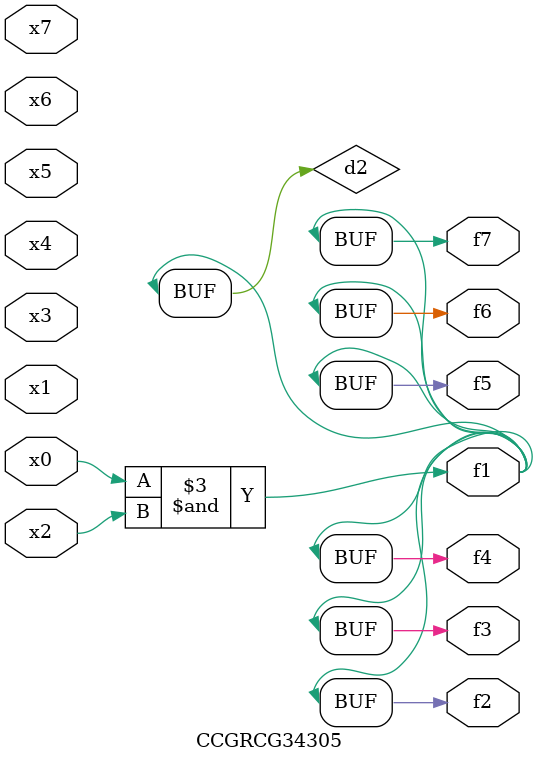
<source format=v>
module CCGRCG34305(
	input x0, x1, x2, x3, x4, x5, x6, x7,
	output f1, f2, f3, f4, f5, f6, f7
);

	wire d1, d2;

	nor (d1, x3, x6);
	and (d2, x0, x2);
	assign f1 = d2;
	assign f2 = d2;
	assign f3 = d2;
	assign f4 = d2;
	assign f5 = d2;
	assign f6 = d2;
	assign f7 = d2;
endmodule

</source>
